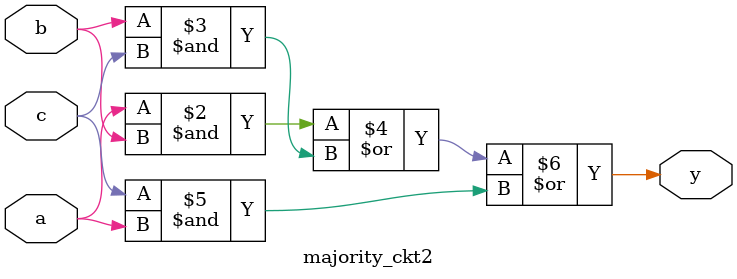
<source format=v>

module majority_ckt2(input a,b,c,output reg y);
always @(a or b or c) begin
y=(a&b)|(b&c)|(c&a);
end        
endmodule      

</source>
